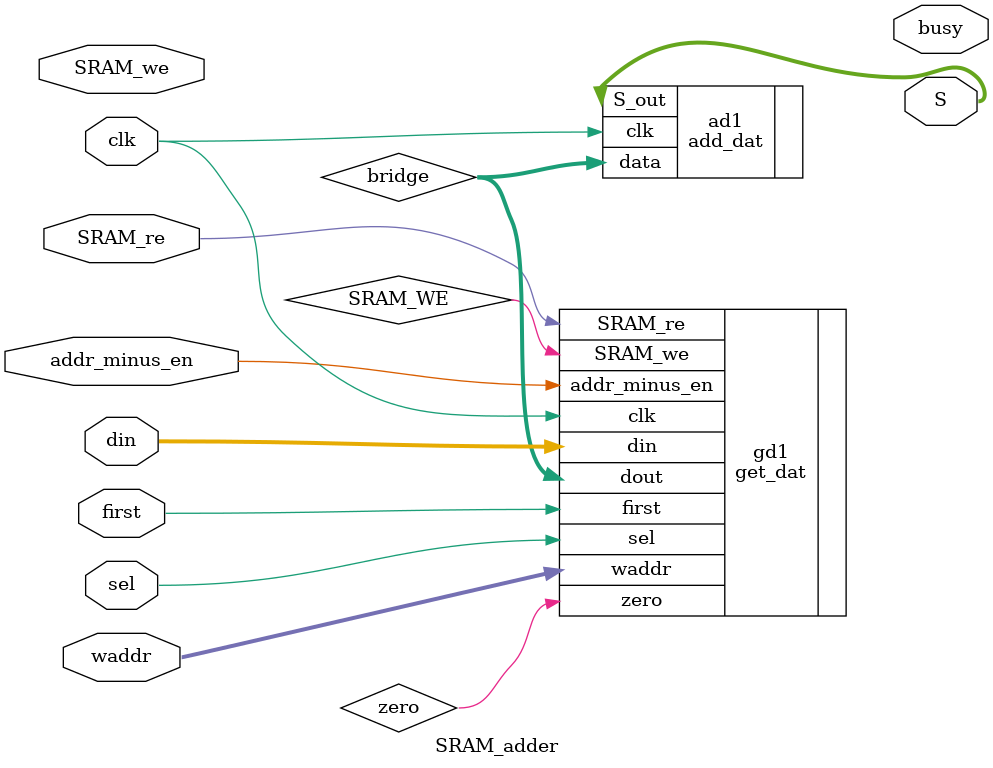
<source format=v>
module SRAM_adder (
    input clk,
    input sel,  input first,
    input addr_minus_en,

    input SRAM_we,  input SRAM_re,
    input [8:0] waddr,
    input [31:0] din,

    output busy,
    output [31:0] S
);
    wire [31:0] bridge;
    wire zero;
    

    get_dat gd1(
        .clk(clk),
        .first(first),  .sel(sel),
        .dout(bridge),
        .zero(zero),
        .SRAM_re(SRAM_re),  .SRAM_we(SRAM_WE),
        .addr_minus_en(addr_minus_en),
        
        .waddr(waddr),
        .din(din)
    );

    add_dat ad1(
        .clk(clk),
        .data(bridge),
        .S_out(S)
    );
    
endmodule
</source>
